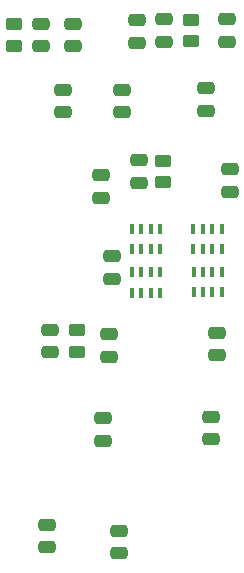
<source format=gbp>
%TF.GenerationSoftware,KiCad,Pcbnew,8.0.2*%
%TF.CreationDate,2024-05-23T08:04:48+02:00*%
%TF.ProjectId,W65C816 Clock Hold,57363543-3831-4362-9043-6c6f636b2048,V1*%
%TF.SameCoordinates,PX525bfc0PY43d3480*%
%TF.FileFunction,Paste,Bot*%
%TF.FilePolarity,Positive*%
%FSLAX46Y46*%
G04 Gerber Fmt 4.6, Leading zero omitted, Abs format (unit mm)*
G04 Created by KiCad (PCBNEW 8.0.2) date 2024-05-23 08:04:48*
%MOMM*%
%LPD*%
G01*
G04 APERTURE LIST*
G04 Aperture macros list*
%AMRoundRect*
0 Rectangle with rounded corners*
0 $1 Rounding radius*
0 $2 $3 $4 $5 $6 $7 $8 $9 X,Y pos of 4 corners*
0 Add a 4 corners polygon primitive as box body*
4,1,4,$2,$3,$4,$5,$6,$7,$8,$9,$2,$3,0*
0 Add four circle primitives for the rounded corners*
1,1,$1+$1,$2,$3*
1,1,$1+$1,$4,$5*
1,1,$1+$1,$6,$7*
1,1,$1+$1,$8,$9*
0 Add four rect primitives between the rounded corners*
20,1,$1+$1,$2,$3,$4,$5,0*
20,1,$1+$1,$4,$5,$6,$7,0*
20,1,$1+$1,$6,$7,$8,$9,0*
20,1,$1+$1,$8,$9,$2,$3,0*%
G04 Aperture macros list end*
%ADD10R,0.450000X0.950000*%
%ADD11RoundRect,0.250000X-0.475000X0.250000X-0.475000X-0.250000X0.475000X-0.250000X0.475000X0.250000X0*%
%ADD12RoundRect,0.250000X0.475000X-0.250000X0.475000X0.250000X-0.475000X0.250000X-0.475000X-0.250000X0*%
%ADD13RoundRect,0.250000X0.450000X-0.262500X0.450000X0.262500X-0.450000X0.262500X-0.450000X-0.262500X0*%
%ADD14RoundRect,0.250000X-0.450000X0.262500X-0.450000X-0.262500X0.450000X-0.262500X0.450000X0.262500X0*%
%ADD15R,0.450000X0.900000*%
G04 APERTURE END LIST*
D10*
%TO.C,CN1*%
X17723000Y-17907000D03*
X18523000Y-17907000D03*
X19323000Y-17907000D03*
X20123000Y-17907000D03*
X20123000Y-19607000D03*
X19323000Y-19607000D03*
X18523000Y-19607000D03*
X17723000Y-19607000D03*
%TD*%
D11*
%TO.C,C57*%
X5351000Y-39325000D03*
X5351000Y-41225000D03*
%TD*%
%TO.C,C27*%
X19685000Y-23069000D03*
X19685000Y-24969000D03*
%TD*%
D12*
%TO.C,C4*%
X13081000Y-10332000D03*
X13081000Y-8432000D03*
%TD*%
D11*
%TO.C,C23*%
X20574000Y3474000D03*
X20574000Y1574000D03*
%TD*%
D13*
%TO.C,R2*%
X7884000Y-24661500D03*
X7884000Y-22836500D03*
%TD*%
D11*
%TO.C,C25*%
X20828000Y-9226000D03*
X20828000Y-11126000D03*
%TD*%
D14*
%TO.C,R3*%
X2530000Y3071500D03*
X2530000Y1246500D03*
%TD*%
D11*
%TO.C,C26*%
X10541000Y-23196000D03*
X10541000Y-25096000D03*
%TD*%
%TO.C,C48*%
X18796000Y-2368000D03*
X18796000Y-4268000D03*
%TD*%
D15*
%TO.C,RN1*%
X17703800Y-14263000D03*
X18503800Y-14263000D03*
X19303800Y-14263000D03*
X20103800Y-14263000D03*
X20103800Y-15963000D03*
X19303800Y-15963000D03*
X18503800Y-15963000D03*
X17703800Y-15963000D03*
%TD*%
D12*
%TO.C,C2*%
X5588000Y-24683000D03*
X5588000Y-22783000D03*
%TD*%
D11*
%TO.C,C3*%
X4826000Y3093000D03*
X4826000Y1193000D03*
%TD*%
D15*
%TO.C,RN2*%
X12496800Y-14263000D03*
X13296800Y-14263000D03*
X14096800Y-14263000D03*
X14896800Y-14263000D03*
X14896800Y-15963000D03*
X14096800Y-15963000D03*
X13296800Y-15963000D03*
X12496800Y-15963000D03*
%TD*%
D11*
%TO.C,C22*%
X12974000Y3408000D03*
X12974000Y1508000D03*
%TD*%
%TO.C,C47*%
X7493000Y3093000D03*
X7493000Y1193000D03*
%TD*%
%TO.C,C20*%
X10795000Y-16592000D03*
X10795000Y-18492000D03*
%TD*%
%TO.C,C24*%
X6685000Y-2495000D03*
X6685000Y-4395000D03*
%TD*%
D13*
%TO.C,R1*%
X17536000Y1627500D03*
X17536000Y3452500D03*
%TD*%
D11*
%TO.C,C30*%
X19194000Y-30181000D03*
X19194000Y-32081000D03*
%TD*%
D12*
%TO.C,C1*%
X15240000Y1606000D03*
X15240000Y3506000D03*
%TD*%
D13*
%TO.C,R4*%
X15123000Y-10310500D03*
X15123000Y-8485500D03*
%TD*%
D11*
%TO.C,C56*%
X11684000Y-2495000D03*
X11684000Y-4395000D03*
%TD*%
D10*
%TO.C,CN2*%
X12516000Y-17946000D03*
X13316000Y-17946000D03*
X14116000Y-17946000D03*
X14916000Y-17946000D03*
X14916000Y-19646000D03*
X14116000Y-19646000D03*
X13316000Y-19646000D03*
X12516000Y-19646000D03*
%TD*%
D11*
%TO.C,C21*%
X9906000Y-9734000D03*
X9906000Y-11634000D03*
%TD*%
%TO.C,C28*%
X10033000Y-30308000D03*
X10033000Y-32208000D03*
%TD*%
%TO.C,C29*%
X11430000Y-39833000D03*
X11430000Y-41733000D03*
%TD*%
M02*

</source>
